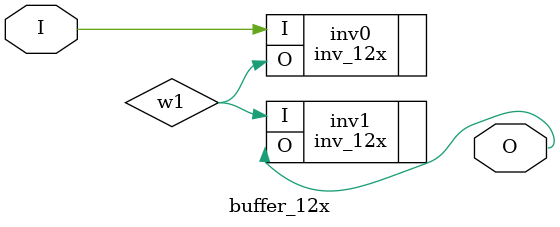
<source format=v>

module buffer_12x(I, O);
    input I;
    output wire O;

    wire w1;

    inv_12x inv0(.I(I), .O(w1));
    inv_12x inv1(.I(w1), .O(O));
endmodule
</source>
